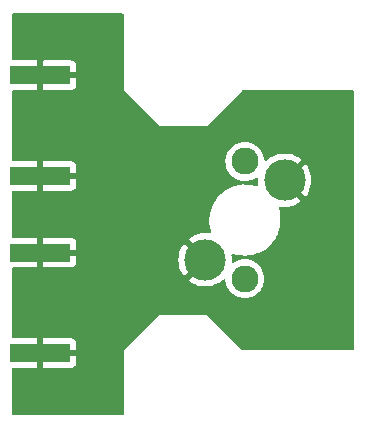
<source format=gbl>
%TF.GenerationSoftware,KiCad,Pcbnew,6.0.2-378541a8eb~116~ubuntu20.04.1*%
%TF.CreationDate,2022-03-13T12:00:14-05:00*%
%TF.ProjectId,bessel_filter,62657373-656c-45f6-9669-6c7465722e6b,1.0*%
%TF.SameCoordinates,Original*%
%TF.FileFunction,Copper,L2,Bot*%
%TF.FilePolarity,Positive*%
%FSLAX46Y46*%
G04 Gerber Fmt 4.6, Leading zero omitted, Abs format (unit mm)*
G04 Created by KiCad (PCBNEW 6.0.2-378541a8eb~116~ubuntu20.04.1) date 2022-03-13 12:00:14*
%MOMM*%
%LPD*%
G01*
G04 APERTURE LIST*
%TA.AperFunction,ComponentPad*%
%ADD10C,2.286000*%
%TD*%
%TA.AperFunction,ComponentPad*%
%ADD11C,3.500000*%
%TD*%
%TA.AperFunction,SMDPad,CuDef*%
%ADD12R,5.080000X1.500000*%
%TD*%
%TA.AperFunction,ViaPad*%
%ADD13C,0.508000*%
%TD*%
G04 APERTURE END LIST*
D10*
%TO.P,L1,1,1*%
%TO.N,/sig_in*%
X132750000Y-78042899D03*
%TO.P,L1,2,2*%
%TO.N,/sig_out*%
X132750000Y-87957101D03*
D11*
%TO.P,L1,GND*%
%TO.N,/GND*%
X129384172Y-86365828D03*
X136115828Y-79634172D03*
%TD*%
D12*
%TO.P,J2,2,Ext*%
%TO.N,/GND*%
X115443000Y-94250000D03*
X115443000Y-85750000D03*
%TD*%
%TO.P,J1,2,Ext*%
%TO.N,/GND*%
X115443000Y-79250000D03*
X115443000Y-70750000D03*
%TD*%
D13*
%TO.N,/GND*%
X118700000Y-94250000D03*
X118714340Y-85750000D03*
X118625000Y-79250000D03*
X118800000Y-70750000D03*
%TD*%
%TA.AperFunction,Conductor*%
%TO.N,/GND*%
G36*
X122442121Y-65528002D02*
G01*
X122488614Y-65581658D01*
X122500000Y-65634000D01*
X122500000Y-72000000D01*
X125500000Y-75000000D01*
X129500000Y-75000000D01*
X132463095Y-72036905D01*
X132525407Y-72002879D01*
X132552190Y-72000000D01*
X141866000Y-72000000D01*
X141934121Y-72020002D01*
X141980614Y-72073658D01*
X141992000Y-72126000D01*
X141992000Y-93874000D01*
X141971998Y-93942121D01*
X141918342Y-93988614D01*
X141866000Y-94000000D01*
X132552190Y-94000000D01*
X132484069Y-93979998D01*
X132463095Y-93963095D01*
X129500000Y-91000000D01*
X125500000Y-91000000D01*
X122500000Y-94000000D01*
X122500000Y-99366000D01*
X122479998Y-99434121D01*
X122426342Y-99480614D01*
X122374000Y-99492000D01*
X113134000Y-99492000D01*
X113065879Y-99471998D01*
X113019386Y-99418342D01*
X113008000Y-99366000D01*
X113008000Y-95634000D01*
X113028002Y-95565879D01*
X113081658Y-95519386D01*
X113134000Y-95508000D01*
X115170885Y-95508000D01*
X115186124Y-95503525D01*
X115187329Y-95502135D01*
X115189000Y-95494452D01*
X115189000Y-95489884D01*
X115697000Y-95489884D01*
X115701475Y-95505123D01*
X115702865Y-95506328D01*
X115710548Y-95507999D01*
X118027669Y-95507999D01*
X118034490Y-95507629D01*
X118085352Y-95502105D01*
X118100604Y-95498479D01*
X118221054Y-95453324D01*
X118236649Y-95444786D01*
X118338724Y-95368285D01*
X118351285Y-95355724D01*
X118427786Y-95253649D01*
X118436324Y-95238054D01*
X118481478Y-95117606D01*
X118485105Y-95102351D01*
X118490631Y-95051486D01*
X118491000Y-95044672D01*
X118491000Y-94522115D01*
X118486525Y-94506876D01*
X118485135Y-94505671D01*
X118477452Y-94504000D01*
X115715115Y-94504000D01*
X115699876Y-94508475D01*
X115698671Y-94509865D01*
X115697000Y-94517548D01*
X115697000Y-95489884D01*
X115189000Y-95489884D01*
X115189000Y-93977885D01*
X115697000Y-93977885D01*
X115701475Y-93993124D01*
X115702865Y-93994329D01*
X115710548Y-93996000D01*
X118472884Y-93996000D01*
X118488123Y-93991525D01*
X118489328Y-93990135D01*
X118490999Y-93982452D01*
X118490999Y-93455331D01*
X118490629Y-93448510D01*
X118485105Y-93397648D01*
X118481479Y-93382396D01*
X118436324Y-93261946D01*
X118427786Y-93246351D01*
X118351285Y-93144276D01*
X118338724Y-93131715D01*
X118236649Y-93055214D01*
X118221054Y-93046676D01*
X118100606Y-93001522D01*
X118085351Y-92997895D01*
X118034486Y-92992369D01*
X118027672Y-92992000D01*
X115715115Y-92992000D01*
X115699876Y-92996475D01*
X115698671Y-92997865D01*
X115697000Y-93005548D01*
X115697000Y-93977885D01*
X115189000Y-93977885D01*
X115189000Y-93010116D01*
X115184525Y-92994877D01*
X115183135Y-92993672D01*
X115175452Y-92992001D01*
X113134000Y-92992001D01*
X113065879Y-92971999D01*
X113019386Y-92918343D01*
X113008000Y-92866001D01*
X113008000Y-87134000D01*
X113028002Y-87065879D01*
X113081658Y-87019386D01*
X113134000Y-87008000D01*
X115170885Y-87008000D01*
X115186124Y-87003525D01*
X115187329Y-87002135D01*
X115189000Y-86994452D01*
X115189000Y-86989884D01*
X115697000Y-86989884D01*
X115701475Y-87005123D01*
X115702865Y-87006328D01*
X115710548Y-87007999D01*
X118027669Y-87007999D01*
X118034490Y-87007629D01*
X118085352Y-87002105D01*
X118100604Y-86998479D01*
X118221054Y-86953324D01*
X118236649Y-86944786D01*
X118338724Y-86868285D01*
X118351285Y-86855724D01*
X118427786Y-86753649D01*
X118436324Y-86738054D01*
X118481478Y-86617606D01*
X118485105Y-86602351D01*
X118490631Y-86551486D01*
X118491000Y-86544672D01*
X118491000Y-86369947D01*
X127121597Y-86369947D01*
X127140416Y-86657077D01*
X127141489Y-86665228D01*
X127197626Y-86947445D01*
X127199760Y-86955408D01*
X127292250Y-87227875D01*
X127295400Y-87235479D01*
X127422664Y-87493546D01*
X127426785Y-87500683D01*
X127586642Y-87739927D01*
X127591660Y-87746467D01*
X127604319Y-87760902D01*
X127617558Y-87769300D01*
X127627323Y-87763466D01*
X129012152Y-86378638D01*
X129019764Y-86364697D01*
X129019633Y-86362862D01*
X129015382Y-86356248D01*
X127629077Y-84969944D01*
X127615316Y-84962429D01*
X127605956Y-84968887D01*
X127591660Y-84985189D01*
X127586642Y-84991729D01*
X127426785Y-85230973D01*
X127422664Y-85238110D01*
X127295400Y-85496177D01*
X127292250Y-85503781D01*
X127199760Y-85776248D01*
X127197626Y-85784211D01*
X127141489Y-86066428D01*
X127140416Y-86074579D01*
X127121597Y-86361709D01*
X127121597Y-86369947D01*
X118491000Y-86369947D01*
X118491000Y-86022115D01*
X118486525Y-86006876D01*
X118485135Y-86005671D01*
X118477452Y-86004000D01*
X115715115Y-86004000D01*
X115699876Y-86008475D01*
X115698671Y-86009865D01*
X115697000Y-86017548D01*
X115697000Y-86989884D01*
X115189000Y-86989884D01*
X115189000Y-85477885D01*
X115697000Y-85477885D01*
X115701475Y-85493124D01*
X115702865Y-85494329D01*
X115710548Y-85496000D01*
X118472884Y-85496000D01*
X118488123Y-85491525D01*
X118489328Y-85490135D01*
X118490999Y-85482452D01*
X118490999Y-84955331D01*
X118490629Y-84948510D01*
X118485105Y-84897648D01*
X118481479Y-84882396D01*
X118436324Y-84761946D01*
X118427786Y-84746351D01*
X118351285Y-84644276D01*
X118338724Y-84631715D01*
X118295358Y-84599214D01*
X127980700Y-84599214D01*
X127986534Y-84608979D01*
X129654287Y-86276733D01*
X129688313Y-86339045D01*
X129683248Y-86409861D01*
X129654287Y-86454923D01*
X129384172Y-86725038D01*
X127988288Y-88120923D01*
X127980774Y-88134684D01*
X127987232Y-88144045D01*
X128003533Y-88158340D01*
X128010073Y-88163358D01*
X128249316Y-88323215D01*
X128256453Y-88327336D01*
X128514521Y-88454600D01*
X128522125Y-88457750D01*
X128794592Y-88550240D01*
X128802555Y-88552374D01*
X129084772Y-88608511D01*
X129092923Y-88609584D01*
X129380053Y-88628403D01*
X129388291Y-88628403D01*
X129675421Y-88609584D01*
X129683572Y-88608511D01*
X129965789Y-88552374D01*
X129973752Y-88550240D01*
X130246219Y-88457750D01*
X130253823Y-88454600D01*
X130511891Y-88327336D01*
X130519028Y-88323215D01*
X130758274Y-88163356D01*
X130764805Y-88158346D01*
X130898024Y-88041515D01*
X130962428Y-88011638D01*
X131032761Y-88021324D01*
X131086693Y-88067497D01*
X131106714Y-88126360D01*
X131113789Y-88216251D01*
X131174473Y-88469021D01*
X131176366Y-88473592D01*
X131176367Y-88473594D01*
X131232252Y-88608511D01*
X131273952Y-88709185D01*
X131409777Y-88930830D01*
X131578602Y-89128499D01*
X131776271Y-89297324D01*
X131997916Y-89433149D01*
X132002486Y-89435042D01*
X132002488Y-89435043D01*
X132233507Y-89530734D01*
X132238080Y-89532628D01*
X132324543Y-89553386D01*
X132486037Y-89592157D01*
X132486043Y-89592158D01*
X132490850Y-89593312D01*
X132750000Y-89613708D01*
X133009150Y-89593312D01*
X133013957Y-89592158D01*
X133013963Y-89592157D01*
X133175457Y-89553386D01*
X133261920Y-89532628D01*
X133266493Y-89530734D01*
X133497512Y-89435043D01*
X133497514Y-89435042D01*
X133502084Y-89433149D01*
X133723729Y-89297324D01*
X133921398Y-89128499D01*
X134090223Y-88930830D01*
X134226048Y-88709185D01*
X134267749Y-88608511D01*
X134323633Y-88473594D01*
X134323634Y-88473592D01*
X134325527Y-88469021D01*
X134386211Y-88216251D01*
X134406607Y-87957101D01*
X134386211Y-87697951D01*
X134325527Y-87445181D01*
X134226048Y-87205017D01*
X134090223Y-86983372D01*
X134059539Y-86947445D01*
X133924611Y-86789465D01*
X133921398Y-86785703D01*
X133723729Y-86616878D01*
X133502084Y-86481053D01*
X133497514Y-86479160D01*
X133497512Y-86479159D01*
X133266493Y-86383468D01*
X133266491Y-86383467D01*
X133261920Y-86381574D01*
X133175457Y-86360816D01*
X133013963Y-86322045D01*
X133013957Y-86322044D01*
X133009150Y-86320890D01*
X132750000Y-86300494D01*
X132490850Y-86320890D01*
X132486043Y-86322044D01*
X132486037Y-86322045D01*
X132324543Y-86360816D01*
X132238080Y-86381574D01*
X132233509Y-86383467D01*
X132233507Y-86383468D01*
X132002488Y-86479159D01*
X132002486Y-86479160D01*
X131997916Y-86481053D01*
X131882981Y-86551486D01*
X131831945Y-86582761D01*
X131763412Y-86601300D01*
X131695735Y-86579844D01*
X131650402Y-86525205D01*
X131640380Y-86467088D01*
X131646747Y-86369947D01*
X131646747Y-86361709D01*
X131627928Y-86074579D01*
X131626854Y-86066425D01*
X131612558Y-85994553D01*
X131618886Y-85923839D01*
X131662440Y-85867772D01*
X131729393Y-85844153D01*
X131770656Y-85848793D01*
X132089212Y-85939536D01*
X132089217Y-85939537D01*
X132092713Y-85940533D01*
X132328452Y-85979137D01*
X132431465Y-85996006D01*
X132431469Y-85996006D01*
X132435045Y-85996592D01*
X132438671Y-85996763D01*
X132777926Y-86012762D01*
X132777927Y-86012762D01*
X132781553Y-86012933D01*
X132790745Y-86012306D01*
X133124010Y-85989587D01*
X133124018Y-85989586D01*
X133127641Y-85989339D01*
X133131217Y-85988676D01*
X133131219Y-85988676D01*
X133465160Y-85926784D01*
X133465164Y-85926783D01*
X133468725Y-85926123D01*
X133800282Y-85824122D01*
X133909343Y-85776248D01*
X133959100Y-85754406D01*
X134117918Y-85684690D01*
X134417423Y-85509673D01*
X134694827Y-85301392D01*
X134769034Y-85230973D01*
X134943820Y-85065108D01*
X134943824Y-85065104D01*
X134946454Y-85062608D01*
X135011187Y-84985189D01*
X135166646Y-84799261D01*
X135168968Y-84796484D01*
X135277201Y-84631715D01*
X135357432Y-84509575D01*
X135357437Y-84509566D01*
X135359419Y-84506549D01*
X135476427Y-84273906D01*
X135513658Y-84199882D01*
X135513661Y-84199874D01*
X135515285Y-84196646D01*
X135549462Y-84103253D01*
X135633249Y-83874293D01*
X135633252Y-83874284D01*
X135634497Y-83870881D01*
X135635342Y-83867359D01*
X135635345Y-83867351D01*
X135714631Y-83537103D01*
X135714632Y-83537099D01*
X135715478Y-83533574D01*
X135715915Y-83529964D01*
X135756816Y-83191973D01*
X135756816Y-83191967D01*
X135757152Y-83189194D01*
X135763098Y-83000000D01*
X135743129Y-82653683D01*
X135683489Y-82311956D01*
X135597478Y-82021588D01*
X135597309Y-81950592D01*
X135635550Y-81890774D01*
X135700061Y-81861128D01*
X135742871Y-81862223D01*
X135816428Y-81876855D01*
X135824579Y-81877928D01*
X136111709Y-81896747D01*
X136119947Y-81896747D01*
X136407077Y-81877928D01*
X136415228Y-81876855D01*
X136697445Y-81820718D01*
X136705408Y-81818584D01*
X136977875Y-81726094D01*
X136985479Y-81722944D01*
X137243547Y-81595680D01*
X137250684Y-81591559D01*
X137489927Y-81431702D01*
X137496467Y-81426684D01*
X137510902Y-81414025D01*
X137519300Y-81400786D01*
X137513466Y-81391021D01*
X135845713Y-79723267D01*
X135811687Y-79660955D01*
X135813522Y-79635303D01*
X136480236Y-79635303D01*
X136480367Y-79637138D01*
X136484618Y-79643752D01*
X137870923Y-81030056D01*
X137884684Y-81037571D01*
X137894044Y-81031113D01*
X137908340Y-81014811D01*
X137913358Y-81008271D01*
X138073215Y-80769027D01*
X138077336Y-80761890D01*
X138204600Y-80503823D01*
X138207750Y-80496219D01*
X138300240Y-80223752D01*
X138302374Y-80215789D01*
X138358511Y-79933572D01*
X138359584Y-79925421D01*
X138378403Y-79638291D01*
X138378403Y-79630053D01*
X138359584Y-79342923D01*
X138358511Y-79334772D01*
X138302374Y-79052555D01*
X138300240Y-79044592D01*
X138207750Y-78772125D01*
X138204600Y-78764521D01*
X138077336Y-78506454D01*
X138073215Y-78499317D01*
X137913358Y-78260073D01*
X137908340Y-78253533D01*
X137895681Y-78239098D01*
X137882442Y-78230700D01*
X137872677Y-78236534D01*
X136487848Y-79621362D01*
X136480236Y-79635303D01*
X135813522Y-79635303D01*
X135816752Y-79590139D01*
X135845713Y-79545077D01*
X136115828Y-79274962D01*
X137511712Y-77879077D01*
X137519226Y-77865316D01*
X137512768Y-77855955D01*
X137496467Y-77841660D01*
X137489927Y-77836642D01*
X137250684Y-77676785D01*
X137243547Y-77672664D01*
X136985479Y-77545400D01*
X136977875Y-77542250D01*
X136705408Y-77449760D01*
X136697445Y-77447626D01*
X136415228Y-77391489D01*
X136407077Y-77390416D01*
X136119947Y-77371597D01*
X136111709Y-77371597D01*
X135824579Y-77390416D01*
X135816428Y-77391489D01*
X135534211Y-77447626D01*
X135526248Y-77449760D01*
X135253781Y-77542250D01*
X135246177Y-77545400D01*
X134988110Y-77672664D01*
X134980973Y-77676785D01*
X134741726Y-77836644D01*
X134735195Y-77841654D01*
X134601976Y-77958485D01*
X134537572Y-77988362D01*
X134467239Y-77978676D01*
X134413307Y-77932503D01*
X134393286Y-77873640D01*
X134386599Y-77788682D01*
X134386211Y-77783749D01*
X134325527Y-77530979D01*
X134291001Y-77447626D01*
X134227942Y-77295387D01*
X134227941Y-77295385D01*
X134226048Y-77290815D01*
X134090223Y-77069170D01*
X133921398Y-76871501D01*
X133723729Y-76702676D01*
X133502084Y-76566851D01*
X133497514Y-76564958D01*
X133497512Y-76564957D01*
X133266493Y-76469266D01*
X133266491Y-76469265D01*
X133261920Y-76467372D01*
X133175457Y-76446614D01*
X133013963Y-76407843D01*
X133013957Y-76407842D01*
X133009150Y-76406688D01*
X132750000Y-76386292D01*
X132490850Y-76406688D01*
X132486043Y-76407842D01*
X132486037Y-76407843D01*
X132324543Y-76446614D01*
X132238080Y-76467372D01*
X132233509Y-76469265D01*
X132233507Y-76469266D01*
X132002488Y-76564957D01*
X132002486Y-76564958D01*
X131997916Y-76566851D01*
X131776271Y-76702676D01*
X131578602Y-76871501D01*
X131409777Y-77069170D01*
X131273952Y-77290815D01*
X131272059Y-77295385D01*
X131272058Y-77295387D01*
X131208999Y-77447626D01*
X131174473Y-77530979D01*
X131113789Y-77783749D01*
X131093393Y-78042899D01*
X131113789Y-78302049D01*
X131174473Y-78554819D01*
X131273952Y-78794983D01*
X131409777Y-79016628D01*
X131412994Y-79020395D01*
X131412995Y-79020396D01*
X131540750Y-79169978D01*
X131578602Y-79214297D01*
X131776271Y-79383122D01*
X131997916Y-79518947D01*
X132002486Y-79520840D01*
X132002488Y-79520841D01*
X132169789Y-79590139D01*
X132238080Y-79618426D01*
X132286511Y-79630053D01*
X132486037Y-79677955D01*
X132486043Y-79677956D01*
X132490850Y-79679110D01*
X132750000Y-79699506D01*
X133009150Y-79679110D01*
X133013957Y-79677956D01*
X133013963Y-79677955D01*
X133213489Y-79630053D01*
X133261920Y-79618426D01*
X133330211Y-79590139D01*
X133497512Y-79520841D01*
X133497514Y-79520840D01*
X133502084Y-79518947D01*
X133668056Y-79417239D01*
X133736588Y-79398700D01*
X133804265Y-79420156D01*
X133849598Y-79474795D01*
X133859620Y-79532912D01*
X133853253Y-79630053D01*
X133853253Y-79638291D01*
X133872072Y-79925421D01*
X133873145Y-79933572D01*
X133888021Y-80008354D01*
X133881693Y-80079068D01*
X133838139Y-80135135D01*
X133771187Y-80158755D01*
X133719904Y-80150802D01*
X133718589Y-80150305D01*
X133651039Y-80124780D01*
X133647518Y-80123896D01*
X133647513Y-80123894D01*
X133486263Y-80083391D01*
X133314598Y-80040272D01*
X133295527Y-80037761D01*
X132974278Y-79995468D01*
X132974270Y-79995467D01*
X132970674Y-79994994D01*
X132826178Y-79992724D01*
X132627467Y-79989602D01*
X132627463Y-79989602D01*
X132623825Y-79989545D01*
X132620211Y-79989906D01*
X132620205Y-79989906D01*
X132376172Y-80014264D01*
X132278648Y-80023998D01*
X131939718Y-80097897D01*
X131936291Y-80099070D01*
X131936285Y-80099072D01*
X131614960Y-80209086D01*
X131614955Y-80209088D01*
X131611529Y-80210261D01*
X131608261Y-80211820D01*
X131608253Y-80211823D01*
X131520564Y-80253649D01*
X131298429Y-80359602D01*
X131004569Y-80543940D01*
X131001735Y-80546210D01*
X131001730Y-80546214D01*
X130892156Y-80634000D01*
X130733844Y-80760832D01*
X130489842Y-81007403D01*
X130275797Y-81280384D01*
X130094546Y-81576158D01*
X129948492Y-81890805D01*
X129839571Y-82220153D01*
X129838835Y-82223708D01*
X129838834Y-82223711D01*
X129819820Y-82315529D01*
X129769226Y-82559838D01*
X129738389Y-82905356D01*
X129747469Y-83252130D01*
X129796347Y-83595561D01*
X129884374Y-83931098D01*
X129898914Y-83968392D01*
X129905023Y-84039123D01*
X129871922Y-84101931D01*
X129810118Y-84136872D01*
X129756940Y-84137739D01*
X129683575Y-84123146D01*
X129675421Y-84122072D01*
X129388291Y-84103253D01*
X129380053Y-84103253D01*
X129092923Y-84122072D01*
X129084772Y-84123145D01*
X128802555Y-84179282D01*
X128794592Y-84181416D01*
X128522125Y-84273906D01*
X128514521Y-84277056D01*
X128256454Y-84404320D01*
X128249317Y-84408441D01*
X128010073Y-84568298D01*
X128003533Y-84573316D01*
X127989098Y-84585975D01*
X127980700Y-84599214D01*
X118295358Y-84599214D01*
X118236649Y-84555214D01*
X118221054Y-84546676D01*
X118100606Y-84501522D01*
X118085351Y-84497895D01*
X118034486Y-84492369D01*
X118027672Y-84492000D01*
X115715115Y-84492000D01*
X115699876Y-84496475D01*
X115698671Y-84497865D01*
X115697000Y-84505548D01*
X115697000Y-85477885D01*
X115189000Y-85477885D01*
X115189000Y-84510116D01*
X115184525Y-84494877D01*
X115183135Y-84493672D01*
X115175452Y-84492001D01*
X113134000Y-84492001D01*
X113065879Y-84471999D01*
X113019386Y-84418343D01*
X113008000Y-84366001D01*
X113008000Y-80634000D01*
X113028002Y-80565879D01*
X113081658Y-80519386D01*
X113134000Y-80508000D01*
X115170885Y-80508000D01*
X115186124Y-80503525D01*
X115187329Y-80502135D01*
X115189000Y-80494452D01*
X115189000Y-80489884D01*
X115697000Y-80489884D01*
X115701475Y-80505123D01*
X115702865Y-80506328D01*
X115710548Y-80507999D01*
X118027669Y-80507999D01*
X118034490Y-80507629D01*
X118085352Y-80502105D01*
X118100604Y-80498479D01*
X118221054Y-80453324D01*
X118236649Y-80444786D01*
X118338724Y-80368285D01*
X118351285Y-80355724D01*
X118427786Y-80253649D01*
X118436324Y-80238054D01*
X118481478Y-80117606D01*
X118485105Y-80102351D01*
X118490631Y-80051486D01*
X118491000Y-80044672D01*
X118491000Y-79522115D01*
X118486525Y-79506876D01*
X118485135Y-79505671D01*
X118477452Y-79504000D01*
X115715115Y-79504000D01*
X115699876Y-79508475D01*
X115698671Y-79509865D01*
X115697000Y-79517548D01*
X115697000Y-80489884D01*
X115189000Y-80489884D01*
X115189000Y-78977885D01*
X115697000Y-78977885D01*
X115701475Y-78993124D01*
X115702865Y-78994329D01*
X115710548Y-78996000D01*
X118472884Y-78996000D01*
X118488123Y-78991525D01*
X118489328Y-78990135D01*
X118490999Y-78982452D01*
X118490999Y-78455331D01*
X118490629Y-78448510D01*
X118485105Y-78397648D01*
X118481479Y-78382396D01*
X118436324Y-78261946D01*
X118427786Y-78246351D01*
X118351285Y-78144276D01*
X118338724Y-78131715D01*
X118236649Y-78055214D01*
X118221054Y-78046676D01*
X118100606Y-78001522D01*
X118085351Y-77997895D01*
X118034486Y-77992369D01*
X118027672Y-77992000D01*
X115715115Y-77992000D01*
X115699876Y-77996475D01*
X115698671Y-77997865D01*
X115697000Y-78005548D01*
X115697000Y-78977885D01*
X115189000Y-78977885D01*
X115189000Y-78010116D01*
X115184525Y-77994877D01*
X115183135Y-77993672D01*
X115175452Y-77992001D01*
X113134000Y-77992001D01*
X113065879Y-77971999D01*
X113019386Y-77918343D01*
X113008000Y-77866001D01*
X113008000Y-72134000D01*
X113028002Y-72065879D01*
X113081658Y-72019386D01*
X113134000Y-72008000D01*
X115170885Y-72008000D01*
X115186124Y-72003525D01*
X115187329Y-72002135D01*
X115189000Y-71994452D01*
X115189000Y-71989884D01*
X115697000Y-71989884D01*
X115701475Y-72005123D01*
X115702865Y-72006328D01*
X115710548Y-72007999D01*
X118027669Y-72007999D01*
X118034490Y-72007629D01*
X118085352Y-72002105D01*
X118100604Y-71998479D01*
X118221054Y-71953324D01*
X118236649Y-71944786D01*
X118338724Y-71868285D01*
X118351285Y-71855724D01*
X118427786Y-71753649D01*
X118436324Y-71738054D01*
X118481478Y-71617606D01*
X118485105Y-71602351D01*
X118490631Y-71551486D01*
X118491000Y-71544672D01*
X118491000Y-71022115D01*
X118486525Y-71006876D01*
X118485135Y-71005671D01*
X118477452Y-71004000D01*
X115715115Y-71004000D01*
X115699876Y-71008475D01*
X115698671Y-71009865D01*
X115697000Y-71017548D01*
X115697000Y-71989884D01*
X115189000Y-71989884D01*
X115189000Y-70477885D01*
X115697000Y-70477885D01*
X115701475Y-70493124D01*
X115702865Y-70494329D01*
X115710548Y-70496000D01*
X118472884Y-70496000D01*
X118488123Y-70491525D01*
X118489328Y-70490135D01*
X118490999Y-70482452D01*
X118490999Y-69955331D01*
X118490629Y-69948510D01*
X118485105Y-69897648D01*
X118481479Y-69882396D01*
X118436324Y-69761946D01*
X118427786Y-69746351D01*
X118351285Y-69644276D01*
X118338724Y-69631715D01*
X118236649Y-69555214D01*
X118221054Y-69546676D01*
X118100606Y-69501522D01*
X118085351Y-69497895D01*
X118034486Y-69492369D01*
X118027672Y-69492000D01*
X115715115Y-69492000D01*
X115699876Y-69496475D01*
X115698671Y-69497865D01*
X115697000Y-69505548D01*
X115697000Y-70477885D01*
X115189000Y-70477885D01*
X115189000Y-69510116D01*
X115184525Y-69494877D01*
X115183135Y-69493672D01*
X115175452Y-69492001D01*
X113134000Y-69492001D01*
X113065879Y-69471999D01*
X113019386Y-69418343D01*
X113008000Y-69366001D01*
X113008000Y-65634000D01*
X113028002Y-65565879D01*
X113081658Y-65519386D01*
X113134000Y-65508000D01*
X122374000Y-65508000D01*
X122442121Y-65528002D01*
G37*
%TD.AperFunction*%
%TD*%
M02*

</source>
